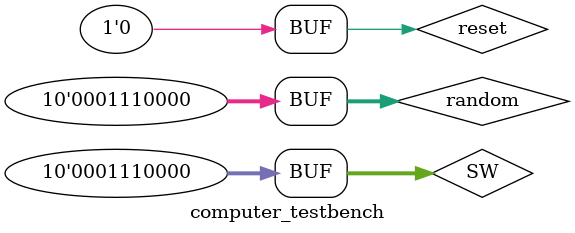
<source format=sv>
/*
 	Seungjae Moon
	bmoon9
	05/20/19
	EE271
	Lab 5
	This program compares the random LFSR values with the 
	switch values to determine the move for the computer.
*/

// Returns move if the switch value is greater than the random value.
module computer (reset, random, SW, move);
	input logic reset;
	input logic [9:0] random, SW;
	output logic move;
	
	assign move = (SW > random) & ~reset;
endmodule

// Tests if the program compares the switch and the random value properly.
module computer_testbench();
	logic reset;
	logic [9:0] random, SW;
	logic move;
	
	computer dut (reset, random, SW, move);
	
	initial begin
		reset = 1; random = 9'd0; SW = 9'd0; #10;
		reset = 0; random = 9'b001110000; SW = 9'b000000010; #10;
													 SW = 9'b010000000; #10;
																			  #10;
																			  #10;
													 SW = 9'b001110000; #10;		
	end
endmodule
</source>
